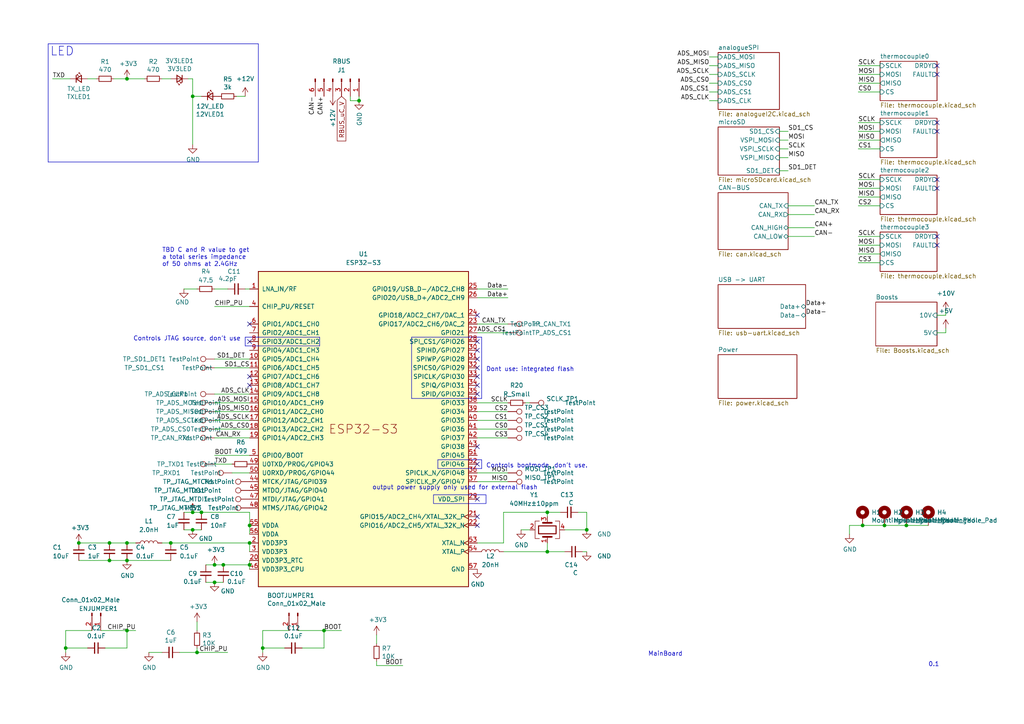
<source format=kicad_sch>
(kicad_sch (version 20230121) (generator eeschema)
  (paper "A4")
  (lib_symbols
    (symbol "Connector:Conn_01x02_Male" (pin_names (offset 1.016) hide)
      (property "Reference" "J" (at 0 2.54 0))
      (property "Value" "Conn_01x02_Male" (at 0 -5.08 0))
      (symbol "Conn_01x02_Male_1_1"
        (polyline (pts (xy 1.27 -2.54) (xy 0.8636 -2.54)) (stroke (width 0.1524)))
        (polyline (pts (xy 1.27 0) (xy 0.8636 0)) (stroke (width 0.1524)))
        (rectangle (start 0.8636 -2.413) (end 0 -2.667) (stroke (width 0.1524)) (fill (type outline)))
        (rectangle (start 0.8636 0.127) (end 0 -0.127) (stroke (width 0.1524)) (fill (type outline)))
        (pin passive line (at 5.08 0 180) (length 3.81) (name "Pin_1") (number "1"))
        (pin passive line (at 5.08 -2.54 180) (length 3.81) (name "Pin_2") (number "2"))
      )
    )
    (symbol "Connector:Conn_01x06_Male" (pin_names (offset 1.016) hide)
      (property "Reference" "J" (at 0 7.62 0))
      (property "Value" "Conn_01x06_Male" (at 0 -10.16 0))
      (symbol "Conn_01x06_Male_1_1"
        (polyline (pts (xy 1.27 -7.62) (xy 0.8636 -7.62)) (stroke (width 0.1524)))
        (polyline (pts (xy 1.27 -5.08) (xy 0.8636 -5.08)) (stroke (width 0.1524)))
        (polyline (pts (xy 1.27 -2.54) (xy 0.8636 -2.54)) (stroke (width 0.1524)))
        (polyline (pts (xy 1.27 0) (xy 0.8636 0)) (stroke (width 0.1524)))
        (polyline (pts (xy 1.27 2.54) (xy 0.8636 2.54)) (stroke (width 0.1524)))
        (polyline (pts (xy 1.27 5.08) (xy 0.8636 5.08)) (stroke (width 0.1524)))
        (rectangle (start 0.8636 -7.493) (end 0 -7.747) (stroke (width 0.1524)) (fill (type outline)))
        (rectangle (start 0.8636 -4.953) (end 0 -5.207) (stroke (width 0.1524)) (fill (type outline)))
        (rectangle (start 0.8636 -2.413) (end 0 -2.667) (stroke (width 0.1524)) (fill (type outline)))
        (rectangle (start 0.8636 0.127) (end 0 -0.127) (stroke (width 0.1524)) (fill (type outline)))
        (rectangle (start 0.8636 2.667) (end 0 2.413) (stroke (width 0.1524)) (fill (type outline)))
        (rectangle (start 0.8636 5.207) (end 0 4.953) (stroke (width 0.1524)) (fill (type outline)))
        (pin passive line (at 5.08 5.08 180) (length 3.81) (name "Pin_1") (number "1"))
        (pin passive line (at 5.08 2.54 180) (length 3.81) (name "Pin_2") (number "2"))
        (pin passive line (at 5.08 0 180) (length 3.81) (name "Pin_3") (number "3"))
        (pin passive line (at 5.08 -2.54 180) (length 3.81) (name "Pin_4") (number "4"))
        (pin passive line (at 5.08 -5.08 180) (length 3.81) (name "Pin_5") (number "5"))
        (pin passive line (at 5.08 -7.62 180) (length 3.81) (name "Pin_6") (number "6"))
      )
    )
    (symbol "Connector:TestPoint" (pin_numbers hide) (pin_names (offset 0.762) hide)
      (property "Reference" "TP" (at 0 6.858 0))
      (property "Value" "TestPoint" (at 0 5.08 0))
      (symbol "TestPoint_0_1"
        (circle (center 0 3.302) (radius 0.762))
      )
      (symbol "TestPoint_1_1"
        (pin passive line (at 0 0 90) (length 2.54) (name "1") (number "1"))
      )
    )
    (symbol "Device:C_Small" (pin_numbers hide) (pin_names (offset 0.254) hide)
      (property "Reference" "C" (at 0.254 1.778 0))
      (property "Value" "C_Small" (at 0.254 -2.032 0))
      (symbol "C_Small_0_1"
        (polyline (pts (xy -1.524 -0.508) (xy 1.524 -0.508)) (stroke (width 0.3302)))
        (polyline (pts (xy -1.524 0.508) (xy 1.524 0.508)) (stroke (width 0.3048)))
      )
      (symbol "C_Small_1_1"
        (pin passive line (at 0 2.54 270) (length 2.032) (name "~") (number "1"))
        (pin passive line (at 0 -2.54 90) (length 2.032) (name "~") (number "2"))
      )
    )
    (symbol "Device:Crystal_GND24" (pin_names (offset 1.016) hide)
      (property "Reference" "Y" (at 3.175 5.08 0))
      (property "Value" "Crystal_GND24" (at 3.175 3.175 0))
      (symbol "Crystal_GND24_0_1"
        (rectangle (start -1.143 2.54) (end 1.143 -2.54) (stroke (width 0.3048)))
        (polyline (pts (xy -2.54 0) (xy -2.032 0)))
        (polyline (pts (xy -2.032 -1.27) (xy -2.032 1.27)) (stroke (width 0.508)))
        (polyline (pts (xy 0 -3.81) (xy 0 -3.556)))
        (polyline (pts (xy 0 3.556) (xy 0 3.81)))
        (polyline (pts (xy 2.032 -1.27) (xy 2.032 1.27)) (stroke (width 0.508)))
        (polyline (pts (xy 2.032 0) (xy 2.54 0)))
        (polyline (pts (xy -2.54 -2.286) (xy -2.54 -3.556) (xy 2.54 -3.556) (xy 2.54 -2.286)))
        (polyline (pts (xy -2.54 2.286) (xy -2.54 3.556) (xy 2.54 3.556) (xy 2.54 2.286)))
      )
      (symbol "Crystal_GND24_1_1"
        (pin passive line (at -3.81 0 0) (length 1.27) (name "1") (number "1"))
        (pin passive line (at 0 5.08 270) (length 1.27) (name "2") (number "2"))
        (pin passive line (at 3.81 0 180) (length 1.27) (name "3") (number "3"))
        (pin passive line (at 0 -5.08 90) (length 1.27) (name "4") (number "4"))
      )
    )
    (symbol "Device:L" (pin_numbers hide) (pin_names (offset 1.016) hide)
      (property "Reference" "L" (at -1.27 0 90))
      (property "Value" "L" (at 1.905 0 90))
      (symbol "L_0_1"
        (arc (start 0 -2.54) (mid 0.6323 -1.905) (end 0 -1.27))
        (arc (start 0 -1.27) (mid 0.6323 -0.635) (end 0 0))
        (arc (start 0 0) (mid 0.6323 0.635) (end 0 1.27))
        (arc (start 0 1.27) (mid 0.6323 1.905) (end 0 2.54))
      )
      (symbol "L_1_1"
        (pin passive line (at 0 3.81 270) (length 1.27) (name "1") (number "1"))
        (pin passive line (at 0 -3.81 90) (length 1.27) (name "2") (number "2"))
      )
    )
    (symbol "Device:LED_Small" (pin_numbers hide) (pin_names (offset 0.254) hide)
      (property "Reference" "D" (at -1.27 3.175 0))
      (property "Value" "LED_Small" (at -4.445 -2.54 0))
      (symbol "LED_Small_0_1"
        (polyline (pts (xy -0.762 -1.016) (xy -0.762 1.016)) (stroke (width 0.254)))
        (polyline (pts (xy 1.016 0) (xy -0.762 0)))
        (polyline (pts (xy 0.762 -1.016) (xy -0.762 0) (xy 0.762 1.016) (xy 0.762 -1.016)) (stroke (width 0.254)))
        (polyline (pts (xy 0 0.762) (xy -0.508 1.27) (xy -0.254 1.27) (xy -0.508 1.27) (xy -0.508 1.016)))
        (polyline (pts (xy 0.508 1.27) (xy 0 1.778) (xy 0.254 1.778) (xy 0 1.778) (xy 0 1.524)))
      )
      (symbol "LED_Small_1_1"
        (pin passive line (at -2.54 0 0) (length 1.778) (name "K") (number "1"))
        (pin passive line (at 2.54 0 180) (length 1.778) (name "A") (number "2"))
      )
    )
    (symbol "Device:R_Small" (pin_numbers hide) (pin_names (offset 0.254) hide)
      (property "Reference" "R" (at 0.762 0.508 0))
      (property "Value" "R_Small" (at 0.762 -1.016 0))
      (symbol "R_Small_0_1"
        (rectangle (start -0.762 1.778) (end 0.762 -1.778) (stroke (width 0.2032)))
      )
      (symbol "R_Small_1_1"
        (pin passive line (at 0 2.54 270) (length 0.762) (name "~") (number "1"))
        (pin passive line (at 0 -2.54 90) (length 0.762) (name "~") (number "2"))
      )
    )
    (symbol "Espressif:ESP32-S3" (pin_names (offset 1.016))
      (property "Reference" "U" (at 0 48.26 0))
      (property "Value" "ESP32-S3" (at 0 -48.26 0))
      (symbol "ESP32-S3_0_0"
        (text "ESP32-S3" (at 0 0 0) (effects (font (size 2.54 2.54))))
        (pin bidirectional line (at 33.02 -12.7 180) (length 2.54) (name "SPICLK_N/GPIO48") (number "36"))
        (pin bidirectional line (at 33.02 -15.24 180) (length 2.54) (name "SPICLK_P/GPIO47") (number "37"))
      )
      (symbol "ESP32-S3_0_1"
        (rectangle (start -30.48 45.72) (end 30.48 -45.72) (stroke (width 0.254)) (fill (type background)))
      )
      (symbol "ESP32-S3_1_1"
        (pin bidirectional line (at -33.02 40.64 0) (length 2.54) (name "LNA_IN/RF") (number "1"))
        (pin bidirectional line (at -33.02 20.32 0) (length 2.54) (name "GPIO5/ADC1_CH4") (number "10"))
        (pin bidirectional line (at -33.02 17.78 0) (length 2.54) (name "GPIO6/ADC1_CH5") (number "11"))
        (pin bidirectional line (at -33.02 15.24 0) (length 2.54) (name "GPIO7/ADC1_CH6") (number "12"))
        (pin bidirectional line (at -33.02 12.7 0) (length 2.54) (name "GPIO8/ADC1_CH7") (number "13"))
        (pin bidirectional line (at -33.02 10.16 0) (length 2.54) (name "GPIO9/ADC1_CH8") (number "14"))
        (pin bidirectional line (at -33.02 7.62 0) (length 2.54) (name "GPIO10/ADC1_CH9") (number "15"))
        (pin bidirectional line (at -33.02 5.08 0) (length 2.54) (name "GPIO11/ADC2_CH0") (number "16"))
        (pin bidirectional line (at -33.02 2.54 0) (length 2.54) (name "GPIO12/ADC2_CH1") (number "17"))
        (pin bidirectional line (at -33.02 0 0) (length 2.54) (name "GPIO13/ADC2_CH2") (number "18"))
        (pin bidirectional line (at -33.02 -2.54 0) (length 2.54) (name "GPIO14/ADC2_CH3") (number "19"))
        (pin power_in line (at -33.02 -33.02 0) (length 2.54) (name "VDD3P3") (number "2"))
        (pin power_in line (at -33.02 -38.1 0) (length 2.54) (name "VDD3P3_RTC") (number "20"))
        (pin input clock (at 33.02 -25.4 180) (length 2.54) (name "GPIO15/ADC2_CH4/XTAL_32K_P") (number "21"))
        (pin output clock (at 33.02 -27.94 180) (length 2.54) (name "GPIO16/ADC2_CH5/XTAL_32K_N") (number "22"))
        (pin bidirectional line (at 33.02 30.48 180) (length 2.54) (name "GPIO17/ADC2_CH6/DAC_2") (number "23"))
        (pin bidirectional line (at 33.02 33.02 180) (length 2.54) (name "GPIO18/ADC2_CH7/DAC_1") (number "24"))
        (pin bidirectional line (at 33.02 40.64 180) (length 2.54) (name "GPIO19/USB_D-/ADC2_CH8") (number "25"))
        (pin bidirectional line (at 33.02 38.1 180) (length 2.54) (name "GPIO20/USB_D+/ADC2_CH9") (number "26"))
        (pin bidirectional line (at 33.02 27.94 180) (length 2.54) (name "GPIO21") (number "27"))
        (pin bidirectional line (at 33.02 25.4 180) (length 2.54) (name "SPI_CS1/GPIO26") (number "28"))
        (pin power_out line (at 33.02 -20.32 180) (length 2.54) (name "VDD_SPI") (number "29"))
        (pin power_in line (at -33.02 -35.56 0) (length 2.54) (name "VDD3P3") (number "3"))
        (pin bidirectional line (at 33.02 22.86 180) (length 2.54) (name "SPIHD/GPIO27") (number "30"))
        (pin bidirectional line (at 33.02 20.32 180) (length 2.54) (name "SPIWP/GPIO28") (number "31"))
        (pin bidirectional line (at 33.02 17.78 180) (length 2.54) (name "SPICS0/GPIO29") (number "32"))
        (pin bidirectional line (at 33.02 15.24 180) (length 2.54) (name "SPICLK/GPIO30") (number "33"))
        (pin bidirectional line (at 33.02 12.7 180) (length 2.54) (name "SPIQ/GPIO31") (number "34"))
        (pin bidirectional line (at 33.02 10.16 180) (length 2.54) (name "SPID/GPIO32") (number "35"))
        (pin bidirectional line (at 33.02 7.62 180) (length 2.54) (name "GPIO33") (number "38"))
        (pin bidirectional line (at 33.02 5.08 180) (length 2.54) (name "GPIO34") (number "39"))
        (pin input line (at -33.02 35.56 0) (length 2.54) (name "CHIP_PU/RESET") (number "4"))
        (pin bidirectional line (at 33.02 2.54 180) (length 2.54) (name "GPIO35") (number "40"))
        (pin bidirectional line (at 33.02 0 180) (length 2.54) (name "GPIO36") (number "41"))
        (pin bidirectional line (at 33.02 -2.54 180) (length 2.54) (name "GPIO37") (number "42"))
        (pin bidirectional line (at 33.02 -5.08 180) (length 2.54) (name "GPIO38") (number "43"))
        (pin bidirectional line (at -33.02 -15.24 0) (length 2.54) (name "MTCK/JTAG/GPIO39") (number "44"))
        (pin bidirectional line (at -33.02 -17.78 0) (length 2.54) (name "MTDO/JTAG/GPIO40") (number "45"))
        (pin power_in line (at -33.02 -40.64 0) (length 2.54) (name "VDD3P3_CPU") (number "46"))
        (pin bidirectional line (at -33.02 -20.32 0) (length 2.54) (name "MTDI/JTAG/GPIO41") (number "47"))
        (pin bidirectional line (at -33.02 -22.86 0) (length 2.54) (name "MTMS/JTAG/GPIO42") (number "48"))
        (pin bidirectional line (at -33.02 -10.16 0) (length 2.54) (name "U0TXD/PROG/GPIO43") (number "49"))
        (pin bidirectional line (at -33.02 -7.62 0) (length 2.54) (name "GPIO0/BOOT") (number "5"))
        (pin bidirectional line (at -33.02 -12.7 0) (length 2.54) (name "U0RXD/PROG/GPIO44") (number "50"))
        (pin bidirectional line (at 33.02 -7.62 180) (length 2.54) (name "GPIO45") (number "51"))
        (pin bidirectional line (at 33.02 -10.16 180) (length 2.54) (name "GPIO46") (number "52"))
        (pin input clock (at 33.02 -33.02 180) (length 2.54) (name "XTAL_N") (number "53"))
        (pin output clock (at 33.02 -35.56 180) (length 2.54) (name "XTAL_P") (number "54"))
        (pin power_in line (at -33.02 -27.94 0) (length 2.54) (name "VDDA") (number "55"))
        (pin power_in line (at -33.02 -30.48 0) (length 2.54) (name "VDDA") (number "56"))
        (pin power_in line (at 33.02 -40.64 180) (length 2.54) (name "GND") (number "57"))
        (pin bidirectional line (at -33.02 30.48 0) (length 2.54) (name "GPIO1/ADC1_CH0") (number "6"))
        (pin bidirectional line (at -33.02 27.94 0) (length 2.54) (name "GPIO2/ADC1_CH1") (number "7"))
        (pin bidirectional line (at -33.02 25.4 0) (length 2.54) (name "GPIO3/ADC1_CH2") (number "8"))
        (pin bidirectional line (at -33.02 22.86 0) (length 2.54) (name "GPIO4/ADC1_CH3") (number "9"))
      )
    )
    (symbol "Mechanical:MountingHole_Pad" (pin_numbers hide) (pin_names (offset 1.016) hide)
      (property "Reference" "H" (at 0 6.35 0))
      (property "Value" "MountingHole_Pad" (at 0 4.445 0))
      (symbol "MountingHole_Pad_0_1"
        (circle (center 0 1.27) (radius 1.27) (stroke (width 1.27)))
      )
      (symbol "MountingHole_Pad_1_1"
        (pin input line (at 0 -2.54 90) (length 2.54) (name "1") (number "1"))
      )
    )
    (symbol "power:+10V" (power) (pin_names (offset 0))
      (property "Value" "+10V" (at 0 3.556 0))
      (symbol "+10V_0_1"
        (polyline (pts (xy -0.762 1.27) (xy 0 2.54)))
        (polyline (pts (xy 0 0) (xy 0 2.54)))
        (polyline (pts (xy 0 2.54) (xy 0.762 1.27)))
      )
      (symbol "+10V_1_1"
        (pin power_in line (at 0 0 90) (length 0) hide (name "+10V") (number "1"))
      )
    )
    (symbol "power:+12V" (power) (pin_names (offset 0))
      (property "Value" "+12V" (at 0 3.556 0))
      (symbol "+12V_0_1"
        (polyline (pts (xy -0.762 1.27) (xy 0 2.54)))
        (polyline (pts (xy 0 0) (xy 0 2.54)))
        (polyline (pts (xy 0 2.54) (xy 0.762 1.27)))
      )
      (symbol "+12V_1_1"
        (pin power_in line (at 0 0 90) (length 0) hide (name "+12V") (number "1"))
      )
    )
    (symbol "power:+3.3V" (power) (pin_names (offset 0))
      (property "Value" "+3.3V" (at 0 3.556 0))
      (symbol "+3.3V_0_1"
        (polyline (pts (xy -0.762 1.27) (xy 0 2.54)))
        (polyline (pts (xy 0 0) (xy 0 2.54)))
        (polyline (pts (xy 0 2.54) (xy 0.762 1.27)))
      )
      (symbol "+3.3V_1_1"
        (pin power_in line (at 0 0 90) (length 0) hide (name "+3V3") (number "1"))
      )
    )
    (symbol "power:+5V" (power) (pin_names (offset 0))
      (property "Value" "+5V" (at 0 3.556 0))
      (symbol "+5V_0_1"
        (polyline (pts (xy -0.762 1.27) (xy 0 2.54)))
        (polyline (pts (xy 0 0) (xy 0 2.54)))
        (polyline (pts (xy 0 2.54) (xy 0.762 1.27)))
      )
      (symbol "+5V_1_1"
        (pin power_in line (at 0 0 90) (length 0) hide (name "+5V") (number "1"))
      )
    )
    (symbol "power:GND" (power) (pin_names (offset 0))
      (property "Value" "GND" (at 0 -3.81 0))
      (symbol "GND_0_1"
        (polyline (pts (xy 0 0) (xy 0 -1.27) (xy 1.27 -1.27) (xy 0 -2.54) (xy -1.27 -1.27) (xy 0 -1.27)))
      )
      (symbol "GND_1_1"
        (pin power_in line (at 0 0 270) (length 0) hide (name "GND") (number "1"))
      )
    )
  )
  (junction (at 55.88 148.59))
  (junction (at 36.83 157.48))
  (junction (at 76.2 187.96))
  (junction (at 158.75 160.02))
  (junction (at 250.19 152.4))
  (junction (at 170.18 153.67))
  (junction (at 64.77 163.83))
  (junction (at 19.05 187.96))
  (junction (at 72.39 163.83))
  (junction (at 104.14 29.21))
  (junction (at 31.75 157.48))
  (junction (at 22.86 157.48))
  (junction (at 58.42 148.59))
  (junction (at 36.83 182.88))
  (junction (at 31.75 162.56))
  (junction (at 55.88 153.67))
  (junction (at 158.75 148.59))
  (junction (at 36.83 22.86))
  (junction (at 57.15 189.23))
  (junction (at 72.39 152.4))
  (junction (at 62.23 168.91))
  (junction (at 49.53 157.48))
  (junction (at 62.23 163.83))
  (junction (at 55.88 27.94))
  (junction (at 262.89 152.4))
  (junction (at 72.39 157.48))
  (junction (at 36.83 162.56))
  (junction (at 93.98 182.88))
  (junction (at 256.54 152.4))
  (no_connect (at 138.43 129.54))
  (no_connect (at 271.78 21.59))
  (no_connect (at 138.43 144.78))
  (no_connect (at 271.78 54.61))
  (no_connect (at 138.43 111.76))
  (no_connect (at 138.43 104.14))
  (no_connect (at 138.43 106.68))
  (no_connect (at 138.43 109.22))
  (no_connect (at 271.78 38.1))
  (no_connect (at 138.43 152.4))
  (no_connect (at 138.43 91.44))
  (no_connect (at 72.39 111.76))
  (no_connect (at 72.39 93.98))
  (no_connect (at 72.39 109.22))
  (no_connect (at 271.78 68.58))
  (no_connect (at 72.39 99.06))
  (no_connect (at 138.43 114.3))
  (no_connect (at 271.78 19.05))
  (no_connect (at 271.78 71.12))
  (no_connect (at 271.78 52.07))
  (no_connect (at 138.43 101.6))
  (no_connect (at 138.43 134.62))
  (no_connect (at 271.78 35.56))
  (no_connect (at 138.43 99.06))
  (no_connect (at 138.43 149.86))
  (wire (pts (xy 52.07 189.23) (xy 57.15 189.23)))
  (wire (pts (xy 104.14 27.94) (xy 104.14 29.21)))
  (wire (pts (xy 72.39 163.83) (xy 72.39 162.56)))
  (wire (pts (xy 147.32 139.7) (xy 138.43 139.7)))
  (wire (pts (xy 62.23 163.83) (xy 64.77 163.83)))
  (wire (pts (xy 58.42 27.94) (xy 55.88 27.94)))
  (wire (pts (xy 255.27 57.15) (xy 248.92 57.15)))
  (wire (pts (xy 87.63 187.96) (xy 93.98 187.96)))
  (wire (pts (xy 246.38 152.4) (xy 246.38 154.94)))
  (wire (pts (xy 151.13 153.67) (xy 153.67 153.67)))
  (wire (pts (xy 31.75 157.48) (xy 36.83 157.48)))
  (wire (pts (xy 248.92 26.67) (xy 255.27 26.67)))
  (wire (pts (xy 36.83 187.96) (xy 36.83 182.88)))
  (wire (pts (xy 138.43 86.36) (xy 147.32 86.36)))
  (wire (pts (xy 255.27 24.13) (xy 248.92 24.13)))
  (wire (pts (xy 57.15 189.23) (xy 66.04 189.23)))
  (wire (pts (xy 22.86 157.48) (xy 31.75 157.48)))
  (wire (pts (xy 71.12 27.94) (xy 68.58 27.94)))
  (polyline (pts (xy 92.71 100.33) (xy 71.12 100.33)))
  (polyline (pts (xy 139.7 135.89) (xy 127 135.89)))
  (wire (pts (xy 19.05 182.88) (xy 26.67 182.88)))
  (wire (pts (xy 158.75 157.48) (xy 158.75 160.02)))
  (wire (pts (xy 248.92 43.18) (xy 255.27 43.18)))
  (wire (pts (xy 62.23 121.92) (xy 72.39 121.92)))
  (wire (pts (xy 93.98 187.96) (xy 93.98 182.88)))
  (polyline (pts (xy 127 133.35) (xy 127 135.89)))
  (wire (pts (xy 138.43 116.84) (xy 147.32 116.84)))
  (wire (pts (xy 62.23 134.62) (xy 67.31 134.62)))
  (wire (pts (xy 226.06 38.1) (xy 228.6 38.1)))
  (wire (pts (xy 62.23 114.3) (xy 72.39 114.3)))
  (polyline (pts (xy 13.97 12.7) (xy 74.93 12.7)))
  (wire (pts (xy 228.6 59.69) (xy 236.22 59.69)))
  (wire (pts (xy 72.39 152.4) (xy 72.39 154.94)))
  (wire (pts (xy 57.15 189.23) (xy 57.15 187.96)))
  (wire (pts (xy 138.43 157.48) (xy 146.05 157.48)))
  (wire (pts (xy 36.83 22.86) (xy 41.91 22.86)))
  (wire (pts (xy 55.88 22.86) (xy 54.61 22.86)))
  (wire (pts (xy 19.05 187.96) (xy 19.05 189.23)))
  (wire (pts (xy 271.78 96.52) (xy 274.32 96.52)))
  (wire (pts (xy 62.23 124.46) (xy 72.39 124.46)))
  (wire (pts (xy 138.43 96.52) (xy 147.32 96.52)))
  (wire (pts (xy 271.78 91.44) (xy 274.32 91.44)))
  (wire (pts (xy 76.2 187.96) (xy 76.2 189.23)))
  (wire (pts (xy 138.43 121.92) (xy 147.32 121.92)))
  (wire (pts (xy 109.22 193.04) (xy 109.22 191.77)))
  (wire (pts (xy 205.74 29.21) (xy 208.28 29.21)))
  (polyline (pts (xy 71.12 97.79) (xy 71.12 100.33)))
  (wire (pts (xy 57.15 180.34) (xy 57.15 182.88)))
  (polyline (pts (xy 13.97 46.99) (xy 74.93 46.99)))
  (wire (pts (xy 226.06 49.53) (xy 228.6 49.53)))
  (wire (pts (xy 64.77 163.83) (xy 72.39 163.83)))
  (wire (pts (xy 82.55 187.96) (xy 76.2 187.96)))
  (wire (pts (xy 25.4 22.86) (xy 27.94 22.86)))
  (wire (pts (xy 248.92 38.1) (xy 255.27 38.1)))
  (wire (pts (xy 248.92 68.58) (xy 255.27 68.58)))
  (wire (pts (xy 53.34 148.59) (xy 55.88 148.59)))
  (wire (pts (xy 226.06 43.18) (xy 228.6 43.18)))
  (wire (pts (xy 138.43 127) (xy 147.32 127)))
  (wire (pts (xy 22.86 162.56) (xy 31.75 162.56)))
  (wire (pts (xy 36.83 157.48) (xy 39.37 157.48)))
  (wire (pts (xy 248.92 35.56) (xy 255.27 35.56)))
  (wire (pts (xy 29.21 182.88) (xy 36.83 182.88)))
  (wire (pts (xy 53.34 153.67) (xy 55.88 153.67)))
  (polyline (pts (xy 92.71 97.79) (xy 92.71 100.33)))
  (wire (pts (xy 248.92 76.2) (xy 255.27 76.2)))
  (wire (pts (xy 36.83 162.56) (xy 49.53 162.56)))
  (wire (pts (xy 62.23 127) (xy 72.39 127)))
  (wire (pts (xy 36.83 182.88) (xy 39.37 182.88)))
  (wire (pts (xy 170.18 148.59) (xy 170.18 153.67)))
  (wire (pts (xy 152.4 116.84) (xy 153.67 116.84)))
  (polyline (pts (xy 13.97 12.7) (xy 13.97 46.99)))
  (wire (pts (xy 228.6 62.23) (xy 236.22 62.23)))
  (wire (pts (xy 109.22 184.15) (xy 109.22 186.69)))
  (wire (pts (xy 101.6 29.21) (xy 104.14 29.21)))
  (wire (pts (xy 62.23 116.84) (xy 72.39 116.84)))
  (wire (pts (xy 59.69 168.91) (xy 62.23 168.91)))
  (wire (pts (xy 76.2 182.88) (xy 83.82 182.88)))
  (wire (pts (xy 25.4 187.96) (xy 19.05 187.96)))
  (wire (pts (xy 248.92 54.61) (xy 255.27 54.61)))
  (wire (pts (xy 46.99 157.48) (xy 49.53 157.48)))
  (wire (pts (xy 262.89 152.4) (xy 269.24 152.4)))
  (wire (pts (xy 67.31 137.16) (xy 72.39 137.16)))
  (wire (pts (xy 248.92 59.69) (xy 255.27 59.69)))
  (wire (pts (xy 205.74 26.67) (xy 208.28 26.67)))
  (wire (pts (xy 15.24 22.86) (xy 20.32 22.86)))
  (wire (pts (xy 138.43 93.98) (xy 147.32 93.98)))
  (wire (pts (xy 138.43 119.38) (xy 147.32 119.38)))
  (wire (pts (xy 62.23 104.14) (xy 72.39 104.14)))
  (wire (pts (xy 250.19 152.4) (xy 256.54 152.4)))
  (wire (pts (xy 101.6 27.94) (xy 101.6 29.21)))
  (wire (pts (xy 43.18 189.23) (xy 46.99 189.23)))
  (wire (pts (xy 55.88 148.59) (xy 58.42 148.59)))
  (wire (pts (xy 72.39 163.83) (xy 72.39 165.1)))
  (polyline (pts (xy 74.93 46.99) (xy 74.93 12.7)))
  (wire (pts (xy 55.88 27.94) (xy 55.88 41.91)))
  (wire (pts (xy 19.05 182.88) (xy 19.05 187.96)))
  (wire (pts (xy 248.92 19.05) (xy 255.27 19.05)))
  (wire (pts (xy 158.75 148.59) (xy 158.75 149.86)))
  (wire (pts (xy 228.6 68.58) (xy 236.22 68.58)))
  (wire (pts (xy 55.88 153.67) (xy 58.42 153.67)))
  (polyline (pts (xy 127 133.35) (xy 139.7 133.35)))
  (polyline (pts (xy 139.7 97.79) (xy 139.7 115.57)))
  (wire (pts (xy 62.23 132.08) (xy 72.39 132.08)))
  (wire (pts (xy 30.48 187.96) (xy 36.83 187.96)))
  (wire (pts (xy 163.83 160.02) (xy 158.75 160.02)))
  (wire (pts (xy 248.92 71.12) (xy 255.27 71.12)))
  (wire (pts (xy 62.23 168.91) (xy 64.77 168.91)))
  (wire (pts (xy 46.99 22.86) (xy 49.53 22.86)))
  (wire (pts (xy 274.32 90.17) (xy 274.32 91.44)))
  (wire (pts (xy 138.43 83.82) (xy 147.32 83.82)))
  (wire (pts (xy 146.05 157.48) (xy 146.05 148.59)))
  (wire (pts (xy 58.42 148.59) (xy 72.39 148.59)))
  (wire (pts (xy 62.23 106.68) (xy 72.39 106.68)))
  (wire (pts (xy 146.05 160.02) (xy 158.75 160.02)))
  (wire (pts (xy 72.39 157.48) (xy 72.39 160.02)))
  (polyline (pts (xy 139.7 133.35) (xy 139.7 135.89)))
  (wire (pts (xy 147.32 137.16) (xy 138.43 137.16)))
  (polyline (pts (xy 71.12 97.79) (xy 92.71 97.79)))
  (wire (pts (xy 248.92 52.07) (xy 255.27 52.07)))
  (wire (pts (xy 76.2 182.88) (xy 76.2 187.96)))
  (wire (pts (xy 163.83 153.67) (xy 170.18 153.67)))
  (wire (pts (xy 72.39 148.59) (xy 72.39 152.4)))
  (polyline (pts (xy 119.38 97.79) (xy 119.38 115.57)))
  (wire (pts (xy 226.06 40.64) (xy 228.6 40.64)))
  (wire (pts (xy 255.27 40.64) (xy 248.92 40.64)))
  (wire (pts (xy 205.74 16.51) (xy 208.28 16.51)))
  (polyline (pts (xy 119.38 97.79) (xy 139.7 97.79)))
  (polyline (pts (xy 139.7 115.57) (xy 119.38 115.57)))
  (wire (pts (xy 162.56 148.59) (xy 158.75 148.59)))
  (wire (pts (xy 49.53 157.48) (xy 72.39 157.48)))
  (wire (pts (xy 256.54 152.4) (xy 262.89 152.4)))
  (wire (pts (xy 250.19 152.4) (xy 246.38 152.4)))
  (wire (pts (xy 138.43 124.46) (xy 147.32 124.46)))
  (wire (pts (xy 99.06 182.88) (xy 93.98 182.88)))
  (wire (pts (xy 170.18 160.02) (xy 168.91 160.02)))
  (wire (pts (xy 205.74 19.05) (xy 208.28 19.05)))
  (wire (pts (xy 62.23 83.82) (xy 66.04 83.82)))
  (wire (pts (xy 62.23 119.38) (xy 72.39 119.38)))
  (wire (pts (xy 226.06 45.72) (xy 228.6 45.72)))
  (wire (pts (xy 146.05 148.59) (xy 158.75 148.59)))
  (wire (pts (xy 228.6 66.04) (xy 236.22 66.04)))
  (wire (pts (xy 31.75 162.56) (xy 36.83 162.56)))
  (wire (pts (xy 170.18 148.59) (xy 167.64 148.59)))
  (wire (pts (xy 71.12 83.82) (xy 72.39 83.82)))
  (wire (pts (xy 116.84 193.04) (xy 109.22 193.04)))
  (wire (pts (xy 205.74 24.13) (xy 208.28 24.13)))
  (wire (pts (xy 205.74 21.59) (xy 208.28 21.59)))
  (wire (pts (xy 55.88 22.86) (xy 55.88 27.94)))
  (wire (pts (xy 86.36 182.88) (xy 93.98 182.88)))
  (wire (pts (xy 59.69 163.83) (xy 62.23 163.83)))
  (wire (pts (xy 53.34 83.82) (xy 57.15 83.82)))
  (wire (pts (xy 33.02 22.86) (xy 36.83 22.86)))
  (wire (pts (xy 274.32 95.25) (xy 274.32 96.52)))
  (wire (pts (xy 255.27 73.66) (xy 248.92 73.66)))
  (wire (pts (xy 248.92 21.59) (xy 255.27 21.59)))
  (wire (pts (xy 62.23 88.9) (xy 72.39 88.9)))
  (rectangle (start 125.73 143.51) (end 140.97 146.05))
  (text "LED" (at 21.59 16.51 0) (effects (font (size 2.54 2.54)) (justify right bottom)))
  (text "Dont use: integrated flash\n" (at 140.97 107.95 0) (effects (font (size 1.27 1.27)) (justify left bottom)))
  (text "output power supply only used for external flash\n" (at 107.95 142.24 0) (effects (font (size 1.27 1.27)) (justify left bottom)))
  (text "TBD C and R value to get\na total series impedance\nof 50 ohms at 2.4GHz\n" (at 46.99 77.47 0) (effects (font (size 1.27 1.27)) (justify left bottom)))
  (text "MainBoard\n" (at 187.96 190.5 0) (effects (font (size 1.27 1.27)) (justify left bottom)))
  (text "0.1\n\n" (at 269.24 195.58 0) (effects (font (size 1.27 1.27)) (justify left bottom)))
  (text "Controls JTAG source, don't use\n" (at 69.85 99.06 0) (effects (font (size 1.27 1.27)) (justify right bottom)))
  (text "Controls bootmode, don't use.\n" (at 140.97 135.89 0) (effects (font (size 1.27 1.27)) (justify left bottom)))
  (label "SCLK" (at 147.32 116.84 180))
  (label "ADS_CS0" (at 72.39 124.46 180))
  (label "ADS_MOSI" (at 72.39 116.84 180))
  (label "MISO" (at 248.92 57.15 0))
  (label "SCLK" (at 248.92 68.58 0))
  (label "CS0" (at 248.92 26.67 0))
  (label "MISO" (at 228.6 45.72 0))
  (label "SD1_DET" (at 228.6 49.53 0))
  (label "ADS_CS0" (at 205.74 24.13 180))
  (label "CHIP_PU" (at 62.23 88.9 0))
  (label "Data-" (at 233.68 91.44 0))
  (label "CAN_RX" (at 69.85 127 180))
  (label "CS1" (at 248.92 43.18 0))
  (label "Data+" (at 147.32 86.36 180))
  (label "CS2" (at 147.32 119.38 180))
  (label "ADS_SCLK" (at 205.74 21.59 180))
  (label "ADS_MISO" (at 72.39 119.38 180))
  (label "ADS_MOSI" (at 205.74 16.51 180))
  (label "CHIP_PU" (at 66.04 189.23 180))
  (label "BOOT" (at 116.84 193.04 180))
  (label "CAN-" (at 236.22 68.58 0))
  (label "MOSI" (at 147.32 137.16 180))
  (label "SCLK" (at 228.6 43.18 0))
  (label "MOSI" (at 248.92 71.12 0))
  (label "MISO" (at 248.92 40.64 0))
  (label "Data+" (at 233.68 88.9 0))
  (label "CS1" (at 147.32 121.92 180))
  (label "CAN-" (at 91.44 27.94 270))
  (label "MOSI" (at 248.92 21.59 0))
  (label "BOOT" (at 99.06 182.88 180))
  (label "ADS_CS1" (at 138.43 96.52 0))
  (label "MOSI" (at 248.92 54.61 0))
  (label "CAN+" (at 93.98 27.94 270))
  (label "MOSI" (at 228.6 40.64 0))
  (label "SD1_CS" (at 72.39 106.68 180))
  (label "MISO" (at 248.92 73.66 0))
  (label "BOOT" (at 62.23 132.08 0))
  (label "CAN+" (at 236.22 66.04 0))
  (label "Data-" (at 147.32 83.82 180))
  (label "SD1_CS" (at 228.6 38.1 0))
  (label "CS0" (at 147.32 124.46 180))
  (label "ADS_CS1" (at 205.74 26.67 180))
  (label "ADS_CLK" (at 72.39 114.3 180))
  (label "ADS_SCLK" (at 72.39 121.92 180))
  (label "TXD" (at 62.23 134.62 0))
  (label "CAN_TX" (at 139.7 93.98 0))
  (label "CHIP_PU" (at 39.37 182.88 180))
  (label "MISO" (at 248.92 24.13 0))
  (label "CAN_TX" (at 236.22 59.69 0))
  (label "TXD" (at 15.24 22.86 0))
  (label "SCLK" (at 248.92 52.07 0))
  (label "CS3" (at 248.92 76.2 0))
  (label "SD1_DET" (at 71.12 104.14 180))
  (label "CS2" (at 248.92 59.69 0))
  (label "MISO" (at 147.32 139.7 180))
  (label "SCLK" (at 248.92 19.05 0))
  (label "ADS_MISO" (at 205.74 19.05 180))
  (label "CAN_RX" (at 236.22 62.23 0))
  (label "ADS_CLK" (at 205.74 29.21 180))
  (label "CS3" (at 147.32 127 180))
  (label "MOSI" (at 248.92 38.1 0))
  (label "SCLK" (at 248.92 35.56 0))
  (global_label "RBUS_uC_V" (shape input) (at 99.06 27.94 270) (property "Intersheetrefs" "${INTERSHEET_REFS}" (effects hide)))
  (symbol (lib_id "Connector:TestPoint") (at 147.32 127 270) (unit 1)
    (property "Reference" "TP_CS4" (at 152.0952 125.8316 90) (effects (justify left)))
    (property "Value" "TestPoint" (at 157.48 127 90) (effects (justify left)))
    (property "Footprint" "TestPoint:TestPoint_Pad_D1.0mm" (effects hide))
  )
  (symbol (lib_id "Connector:TestPoint") (at 147.32 124.46 270) (unit 1)
    (property "Reference" "TP_CS1" (at 152.0952 123.2916 90) (effects (justify left)))
    (property "Value" "TestPoint" (at 157.48 124.46 90) (effects (justify left)))
    (property "Footprint" "TestPoint:TestPoint_Pad_D1.0mm" (effects hide))
  )
  (symbol (lib_id "Connector:TestPoint") (at 147.32 121.92 270) (unit 1)
    (property "Reference" "TP_CS2" (at 152.0952 120.7516 90) (effects (justify left)))
    (property "Value" "TestPoint" (at 157.48 121.92 90) (effects (justify left)))
    (property "Footprint" "TestPoint:TestPoint_Pad_D1.0mm" (effects hide))
  )
  (symbol (lib_id "power:GND") (at 246.38 154.94 0) (unit 1)
    (property "Reference" "#PWR024" (effects hide))
    (property "Value" "GND" (at 246.507 159.3342 0))
  )
  (symbol (lib_id "Device:C_Small") (at 85.09 187.96 270) (unit 1)
    (property "Reference" "C12" (at 85.09 182.1434 90))
    (property "Value" "0.1uF" (at 85.09 184.4548 90))
    (property "Footprint" "Capacitor_SMD:C_0402_1005Metric" (effects hide))
  )
  (symbol (lib_id "power:GND") (at 151.13 153.67 0) (unit 1)
    (property "Reference" "#PWR019" (effects hide))
    (property "Value" "GND" (at 151.257 158.0642 0))
  )
  (symbol (lib_id "Mechanical:MountingHole_Pad") (at 269.24 149.86 0) (unit 1)
    (property "Reference" "H4" (at 271.78 148.6154 0) (effects (justify left)))
    (property "Value" "MountingHole_Pad" (at 271.78 150.9268 0) (effects (justify left)))
    (property "Footprint" "MountingHole:MountingHole_3.2mm_M3_DIN965_Pad" (effects hide))
  )
  (symbol (lib_id "Device:R_Small") (at 109.22 189.23 0) (unit 1)
    (property "Reference" "R7" (at 110.7186 188.0616 0) (effects (justify left)))
    (property "Value" "10K" (at 110.7186 190.373 0) (effects (justify left)))
    (property "Footprint" "Resistor_SMD:R_0402_1005Metric" (effects hide))
  )
  (symbol (lib_id "Connector:TestPoint") (at 153.67 116.84 270) (unit 1)
    (property "Reference" "SCLK_TP1" (at 158.4452 115.6716 90) (effects (justify left)))
    (property "Value" "TestPoint" (at 163.83 116.84 90) (effects (justify left)))
    (property "Footprint" "TestPoint:TestPoint_Pad_D1.0mm" (effects hide))
  )
  (symbol (lib_id "Device:C_Small") (at 36.83 160.02 0) (unit 1)
    (property "Reference" "C4" (at 39.37 158.7562 0) (effects (justify left)))
    (property "Value" "0.1uF" (at 39.37 161.2962 0) (effects (justify left)))
    (property "Footprint" "Capacitor_SMD:C_0402_1005Metric" (effects hide))
  )
  (symbol (lib_id "Connector:TestPoint") (at 72.39 147.32 90) (unit 1)
    (property "Reference" "TP_JTAG_MTMS1" (at 50.8 147.32 90))
    (property "Value" "TestPoint" (at 64.77 147.32 90))
    (property "Footprint" "TestPoint:TestPoint_Pad_D1.0mm" (effects hide))
  )
  (symbol (lib_id "Connector:Conn_01x06_Male") (at 99.06 22.86 270) (unit 1)
    (property "Reference" "J1" (at 99.06 20.32 90))
    (property "Value" "RBUS" (at 99.06 17.78 90))
    (property "Footprint" "Connector_Molex:Molex_Mini-Fit_Jr_5566-06A_2x03_P4.20mm_Vertical" (effects hide))
  )
  (symbol (lib_id "power:GND") (at 55.88 153.67 0) (unit 1)
    (property "Reference" "#PWR09" (effects hide))
    (property "Value" "GND" (at 59.69 156.21 0))
  )
  (symbol (lib_id "power:GND") (at 53.34 83.82 0) (unit 1)
    (property "Reference" "#PWR06" (effects hide))
    (property "Value" "GND" (at 50.8 87.63 0) (effects (justify left)))
  )
  (symbol (lib_id "power:GND") (at 138.43 165.1 0) (unit 1)
    (property "Reference" "#PWR018" (effects hide))
    (property "Value" "GND" (at 138.557 169.4942 0))
  )
  (symbol (lib_id "Device:R_Small") (at 66.04 27.94 270) (unit 1)
    (property "Reference" "R5" (at 66.04 22.9616 90))
    (property "Value" "3k" (at 66.04 25.273 90))
    (property "Footprint" "Resistor_SMD:R_0402_1005Metric" (effects hide))
  )
  (symbol (lib_id "Device:LED_Small") (at 52.07 22.86 180) (unit 1)
    (property "Reference" "3V3LED1" (at 52.07 17.653 0))
    (property "Value" "3V3LED" (at 52.07 19.9644 0))
    (property "Footprint" "LED_SMD:LED_0603_1608Metric" (effects hide))
  )
  (symbol (lib_id "Device:L") (at 142.24 160.02 90) (unit 1)
    (property "Reference" "L2" (at 142.24 161.29 90))
    (property "Value" "20nH" (at 142.24 163.83 90))
    (property "Footprint" "Inductor_SMD:L_0402_1005Metric" (effects hide))
  )
  (symbol (lib_id "power:+3.3V") (at 55.88 148.59 0) (unit 1)
    (property "Reference" "#PWR08" (effects hide))
    (property "Value" "+3.3V" (at 55.88 147.32 0))
  )
  (symbol (lib_id "Device:R_Small") (at 30.48 22.86 270) (unit 1)
    (property "Reference" "R1" (at 30.48 17.8816 90))
    (property "Value" "470" (at 30.48 20.193 90))
    (property "Footprint" "Resistor_SMD:R_0603_1608Metric" (effects hide))
  )
  (symbol (lib_id "power:GND") (at 19.05 189.23 0) (unit 1)
    (property "Reference" "#PWR01" (effects hide))
    (property "Value" "GND" (at 19.177 193.6242 0))
  )
  (symbol (lib_id "Connector:TestPoint") (at 147.32 96.52 270) (unit 1)
    (property "Reference" "TP_ADS_CS1" (at 160.02 96.52 90))
    (property "Value" "TestPoint" (at 149.86 96.52 90))
    (property "Footprint" "TestPoint:TestPoint_Pad_D1.0mm" (effects hide))
  )
  (symbol (lib_id "Device:C_Small") (at 165.1 148.59 90) (unit 1)
    (property "Reference" "C13" (at 166.37 143.51 90) (effects (justify left)))
    (property "Value" "C" (at 166.37 145.8214 90) (effects (justify left)))
    (property "Footprint" "Capacitor_SMD:C_0402_1005Metric" (effects hide))
  )
  (symbol (lib_id "Connector:TestPoint") (at 62.23 134.62 90) (unit 1)
    (property "Reference" "TP_TXD1" (at 49.53 134.62 90))
    (property "Value" "TestPoint" (at 58.42 134.62 90))
    (property "Footprint" "TestPoint:TestPoint_Pad_D1.0mm" (effects hide))
  )
  (symbol (lib_id "power:GND") (at 170.18 153.67 0) (unit 1)
    (property "Reference" "#PWR020" (effects hide))
    (property "Value" "GND" (at 175.26 154.94 0))
  )
  (symbol (lib_id "Device:L") (at 43.18 157.48 90) (unit 1)
    (property "Reference" "L1" (at 43.18 151.13 90))
    (property "Value" "2.0nH" (at 43.18 153.67 90))
    (property "Footprint" "Inductor_SMD:L_0402_1005Metric" (effects hide))
  )
  (symbol (lib_id "Device:LED_Small") (at 60.96 27.94 0) (unit 1)
    (property "Reference" "12VLED1" (at 60.96 33.147 0))
    (property "Value" "12V_LED" (at 60.96 30.8356 0))
    (property "Footprint" "LED_SMD:LED_0603_1608Metric" (effects hide))
  )
  (symbol (lib_id "Connector:TestPoint") (at 62.23 124.46 90) (unit 1)
    (property "Reference" "TP_ADS_CS0" (at 49.53 124.46 90))
    (property "Value" "TestPoint" (at 59.69 124.46 90))
    (property "Footprint" "TestPoint:TestPoint_Pad_D1.0mm" (effects hide))
  )
  (symbol (lib_id "power:+3.3V") (at 36.83 22.86 0) (unit 1)
    (property "Reference" "#PWR03" (effects hide))
    (property "Value" "+3.3V" (at 37.211 18.4658 0))
  )
  (symbol (lib_id "Espressif:ESP32-S3") (at 105.41 124.46 0) (unit 1)
    (property "Reference" "U1" (at 105.41 73.66 0))
    (property "Value" "ESP32-S3" (at 105.41 76.2 0))
    (property "Footprint" "Package_DFN_QFN:QFN-56-1EP_7x7mm_P0.4mm_EP5.6x5.6mm" (effects hide))
    (property "Datasheet" "https://www.espressif.com/sites/default/files/documentation/esp32-s3_datasheet_en.pdf" (effects hide))
  )
  (symbol (lib_id "Connector:Conn_01x02_Male") (at 29.21 177.8 270) (unit 1)
    (property "Reference" "ENJUMPER1" (at 22.86 176.53 90) (effects (justify left)))
    (property "Value" "Conn_01x02_Male" (at 17.78 173.99 90) (effects (justify left)))
    (property "Footprint" "Connector_PinHeader_2.54mm:PinHeader_1x02_P2.54mm_Vertical" (effects hide))
  )
  (symbol (lib_id "Mechanical:MountingHole_Pad") (at 262.89 149.86 0) (unit 1)
    (property "Reference" "H3" (at 265.43 148.6154 0) (effects (justify left)))
    (property "Value" "MountingHole_Pad" (at 265.43 150.9268 0) (effects (justify left)))
    (property "Footprint" "MountingHole:MountingHole_3.2mm_M3_DIN965_Pad" (effects hide))
  )
  (symbol (lib_id "Device:C_Small") (at 53.34 151.13 0) (unit 1)
    (property "Reference" "C7" (at 48.26 149.86 0) (effects (justify left)))
    (property "Value" "1uF" (at 48.26 152.4 0) (effects (justify left)))
    (property "Footprint" "Capacitor_SMD:C_0402_1005Metric" (effects hide))
  )
  (symbol (lib_id "Device:C_Small") (at 58.42 151.13 0) (unit 1)
    (property "Reference" "C8" (at 60.96 149.8662 0) (effects (justify left)))
    (property "Value" "10nF" (at 60.96 152.4062 0) (effects (justify left)))
    (property "Footprint" "Capacitor_SMD:C_0402_1005Metric" (effects hide))
  )
  (symbol (lib_id "power:+3.3V") (at 57.15 180.34 0) (unit 1)
    (property "Reference" "#PWR010" (effects hide))
    (property "Value" "+3.3V" (at 57.531 175.9458 0))
  )
  (symbol (lib_id "Connector:TestPoint") (at 62.23 127 90) (unit 1)
    (property "Reference" "TP_CAN_RX1" (at 49.53 127 90))
    (property "Value" "TestPoint" (at 57.15 127 90))
    (property "Footprint" "TestPoint:TestPoint_Pad_D1.0mm" (effects hide))
  )
  (symbol (lib_id "Connector:TestPoint") (at 62.23 121.92 90) (unit 1)
    (property "Reference" "TP_ADS_SCLK1" (at 52.07 121.92 90))
    (property "Value" "TestPoint" (at 59.69 121.92 90))
    (property "Footprint" "TestPoint:TestPoint_Pad_D1.0mm" (effects hide))
  )
  (symbol (lib_id "Connector:TestPoint") (at 72.39 142.24 90) (unit 1)
    (property "Reference" "TP_JTAG_MTDO1" (at 52.07 142.24 90))
    (property "Value" "TestPoint" (at 59.69 142.24 90))
    (property "Footprint" "TestPoint:TestPoint_Pad_D1.0mm" (effects hide))
  )
  (symbol (lib_id "power:+3.3V") (at 62.23 163.83 0) (unit 1)
    (property "Reference" "#PWR011" (effects hide))
    (property "Value" "+3.3V" (at 62.611 159.4358 0))
  )
  (symbol (lib_id "Connector:TestPoint") (at 147.32 137.16 270) (unit 1)
    (property "Reference" "MOSI_TP1" (at 152.0952 135.9916 90) (effects (justify left)))
    (property "Value" "TestPoint" (at 157.48 137.16 90) (effects (justify left)))
    (property "Footprint" "TestPoint:TestPoint_Pad_D1.0mm" (effects hide))
  )
  (symbol (lib_id "Connector:Conn_01x02_Male") (at 86.36 177.8 270) (unit 1)
    (property "Reference" "BOOTJUMPER1" (at 77.47 172.72 90) (effects (justify left)))
    (property "Value" "Conn_01x02_Male" (at 77.47 175.0314 90) (effects (justify left)))
    (property "Footprint" "Connector_PinHeader_2.54mm:PinHeader_1x02_P2.54mm_Vertical" (effects hide))
  )
  (symbol (lib_id "Device:C_Small") (at 64.77 166.37 0) (unit 1)
    (property "Reference" "C10" (at 68.58 166.37 0))
    (property "Value" "0.1uF" (at 68.58 168.6814 0))
    (property "Footprint" "Capacitor_SMD:C_0402_1005Metric" (effects hide))
  )
  (symbol (lib_id "power:GND") (at 55.88 41.91 0) (unit 1)
    (property "Reference" "#PWR07" (effects hide))
    (property "Value" "GND" (at 56.007 46.3042 0))
  )
  (symbol (lib_id "Device:C_Small") (at 49.53 160.02 0) (unit 1)
    (property "Reference" "C5" (at 52.07 158.7562 0) (effects (justify left)))
    (property "Value" "0.1uF" (at 52.07 161.2962 0) (effects (justify left)))
    (property "Footprint" "Capacitor_SMD:C_0402_1005Metric" (effects hide))
  )
  (symbol (lib_id "Connector:TestPoint") (at 147.32 119.38 270) (unit 1)
    (property "Reference" "TP_CS3" (at 152.0952 118.2116 90) (effects (justify left)))
    (property "Value" "TestPoint" (at 157.48 119.38 90) (effects (justify left)))
    (property "Footprint" "TestPoint:TestPoint_Pad_D1.0mm" (effects hide))
  )
  (symbol (lib_id "Device:R_Small") (at 57.15 185.42 0) (unit 1)
    (property "Reference" "R3" (at 58.6486 184.2516 0) (effects (justify left)))
    (property "Value" "10K" (at 58.6486 186.563 0) (effects (justify left)))
    (property "Footprint" "Resistor_SMD:R_0402_1005Metric" (effects hide))
  )
  (symbol (lib_id "Connector:TestPoint") (at 147.32 139.7 270) (unit 1)
    (property "Reference" "MISO_TP1" (at 152.0952 138.5316 90) (effects (justify left)))
    (property "Value" "TestPoint" (at 157.48 139.7 90) (effects (justify left)))
    (property "Footprint" "TestPoint:TestPoint_Pad_D1.0mm" (effects hide))
  )
  (symbol (lib_id "power:+3.3V") (at 22.86 157.48 0) (unit 1)
    (property "Reference" "#PWR02" (effects hide))
    (property "Value" "+3.3V" (at 23.241 153.0858 0))
  )
  (symbol (lib_id "Device:R_Small") (at 69.85 134.62 90) (unit 1)
    (property "Reference" "R6" (at 69.85 128.27 90))
    (property "Value" "499" (at 69.85 130.81 90))
    (property "Footprint" "Resistor_SMD:R_0402_1005Metric" (effects hide))
  )
  (symbol (lib_id "power:+5V") (at 274.32 95.25 0) (unit 1)
    (property "Reference" "#PWR026" (effects hide))
    (property "Value" "+5V" (at 274.32 90.17 0))
  )
  (symbol (lib_id "Connector:TestPoint") (at 62.23 104.14 90) (unit 1)
    (property "Reference" "TP_SD1_DET1" (at 41.91 104.14 90))
    (property "Value" "TestPoint" (at 53.34 104.14 90))
    (property "Footprint" "TestPoint:TestPoint_Pad_D1.0mm" (effects hide))
  )
  (symbol (lib_id "Mechanical:MountingHole_Pad") (at 256.54 149.86 0) (unit 1)
    (property "Reference" "H2" (at 259.08 148.6154 0) (effects (justify left)))
    (property "Value" "MountingHole_Pad" (at 259.08 150.9268 0) (effects (justify left)))
    (property "Footprint" "MountingHole:MountingHole_3.2mm_M3_DIN965_Pad" (effects hide))
  )
  (symbol (lib_id "Connector:TestPoint") (at 62.23 114.3 90) (unit 1)
    (property "Reference" "TP_ADS_CLK1" (at 54.61 114.3 90) (effects (justify left)))
    (property "Value" "TestPoint" (at 57.15 114.3 90) (effects (justify left)))
    (property "Footprint" "TestPoint:TestPoint_Pad_D1.0mm" (effects hide))
  )
  (symbol (lib_id "power:+12V") (at 96.52 27.94 180) (unit 1)
    (property "Reference" "#PWR015" (effects hide))
    (property "Value" "+12V" (at 96.52 34.29 90))
  )
  (symbol (lib_id "power:GND") (at 36.83 162.56 0) (unit 1)
    (property "Reference" "#PWR04" (effects hide))
    (property "Value" "GND" (at 36.957 166.9542 0))
  )
  (symbol (lib_id "Device:C_Small") (at 27.94 187.96 270) (unit 1)
    (property "Reference" "C2" (at 27.94 182.1434 90))
    (property "Value" "0.1uF" (at 27.94 184.4548 90))
    (property "Footprint" "Capacitor_SMD:C_0402_1005Metric" (effects hide))
  )
  (symbol (lib_id "power:+10V") (at 274.32 90.17 0) (unit 1)
    (property "Reference" "#PWR025" (effects hide))
    (property "Value" "+10V" (at 274.32 85.09 0))
  )
  (symbol (lib_id "Device:C_Small") (at 22.86 160.02 0) (unit 1)
    (property "Reference" "C1" (at 15.24 158.75 0) (effects (justify left)))
    (property "Value" "10uF" (at 15.24 161.29 0) (effects (justify left)))
    (property "Footprint" "Capacitor_SMD:C_0402_1005Metric" (effects hide))
  )
  (symbol (lib_id "Connector:TestPoint") (at 62.23 106.68 90) (unit 1)
    (property "Reference" "TP_SD1_CS1" (at 41.91 106.68 90))
    (property "Value" "TestPoint" (at 57.15 106.68 90))
    (property "Footprint" "TestPoint:TestPoint_Pad_D1.0mm" (effects hide))
  )
  (symbol (lib_id "Connector:TestPoint") (at 62.23 116.84 90) (unit 1)
    (property "Reference" "TP_ADS_MOSI1" (at 52.07 116.84 90))
    (property "Value" "TestPoint" (at 59.69 116.84 90))
    (property "Footprint" "TestPoint:TestPoint_Pad_D1.0mm" (effects hide))
  )
  (symbol (lib_id "power:GND") (at 104.14 29.21 0) (unit 1)
    (property "Reference" "#PWR016" (effects hide))
    (property "Value" "GND" (at 104.267 32.4612 90) (effects (justify right)))
  )
  (symbol (lib_id "Device:Crystal_GND24") (at 158.75 153.67 90) (unit 1)
    (property "Reference" "Y1" (at 154.94 143.51 90))
    (property "Value" "40MHz±10ppm" (at 154.94 146.05 90))
    (property "Footprint" "Crystal:Crystal_SMD_2016-4Pin_2.0x1.6mm" (effects hide))
  )
  (symbol (lib_id "Device:C_Small") (at 68.58 83.82 90) (unit 1)
    (property "Reference" "C11" (at 69.85 78.74 90) (effects (justify left)))
    (property "Value" "4.2pF" (at 68.8334 80.8381 90) (effects (justify left)))
    (property "Footprint" "Capacitor_SMD:C_0402_1005Metric" (effects hide))
  )
  (symbol (lib_id "Connector:TestPoint") (at 67.31 137.16 90) (unit 1)
    (property "Reference" "TP_RXD1" (at 48.26 137.16 90))
    (property "Value" "TestPoint" (at 59.69 137.16 90))
    (property "Footprint" "TestPoint:TestPoint_Pad_D1.0mm" (effects hide))
  )
  (symbol (lib_id "Device:C_Small") (at 49.53 189.23 270) (unit 1)
    (property "Reference" "C6" (at 49.53 183.4134 90))
    (property "Value" "1uF" (at 49.53 185.7248 90))
    (property "Footprint" "Capacitor_SMD:C_0402_1005Metric" (effects hide))
  )
  (symbol (lib_id "Device:C_Small") (at 31.75 160.02 0) (unit 1)
    (property "Reference" "C3" (at 25.4 158.75 0) (effects (justify left)))
    (property "Value" "1uF" (at 25.4 161.29 0) (effects (justify left)))
    (property "Footprint" "Capacitor_SMD:C_0402_1005Metric" (effects hide))
  )
  (symbol (lib_id "Device:R_Small") (at 149.86 116.84 90) (unit 1)
    (property "Reference" "R20" (at 149.86 111.76 90))
    (property "Value" "R_Small" (at 149.86 114.3 90))
    (property "Footprint" "Resistor_SMD:R_0402_1005Metric" (effects hide))
  )
  (symbol (lib_id "power:GND") (at 62.23 168.91 0) (unit 1)
    (property "Reference" "#PWR012" (effects hide))
    (property "Value" "GND" (at 66.04 171.45 0))
  )
  (symbol (lib_id "power:+3.3V") (at 109.22 184.15 0) (unit 1)
    (property "Reference" "#PWR017" (effects hide))
    (property "Value" "+3.3V" (at 109.601 179.7558 0))
  )
  (symbol (lib_id "Device:C_Small") (at 59.69 166.37 0) (unit 1)
    (property "Reference" "C9" (at 55.88 166.37 0))
    (property "Value" "0.1uF" (at 55.88 168.6814 0))
    (property "Footprint" "Capacitor_SMD:C_0402_1005Metric" (effects hide))
  )
  (symbol (lib_id "Device:C_Small") (at 166.37 160.02 90) (unit 1)
    (property "Reference" "C14" (at 167.64 163.83 90) (effects (justify left)))
    (property "Value" "C" (at 167.64 166.1414 90) (effects (justify left)))
    (property "Footprint" "Capacitor_SMD:C_0402_1005Metric" (effects hide))
  )
  (symbol (lib_id "Connector:TestPoint") (at 147.32 93.98 270) (unit 1)
    (property "Reference" "TP_CAN_TX1" (at 160.02 93.98 90))
    (property "Value" "TestPoint" (at 152.4 93.98 90))
    (property "Footprint" "TestPoint:TestPoint_Pad_D1.0mm" (effects hide))
  )
  (symbol (lib_id "Mechanical:MountingHole_Pad") (at 250.19 149.86 0) (unit 1)
    (property "Reference" "H1" (at 252.73 148.6154 0) (effects (justify left)))
    (property "Value" "MountingHole_Pad" (at 252.73 150.9268 0) (effects (justify left)))
    (property "Footprint" "MountingHole:MountingHole_3.2mm_M3_DIN965_Pad" (effects hide))
  )
  (symbol (lib_id "power:GND") (at 43.18 189.23 0) (unit 1)
    (property "Reference" "#PWR05" (effects hide))
    (property "Value" "GND" (at 43.307 193.6242 0))
  )
  (symbol (lib_id "Device:R_Small") (at 59.69 83.82 90) (unit 1)
    (property "Reference" "R4" (at 59.69 78.74 90))
    (property "Value" "47.5" (at 59.69 81.28 90))
    (property "Footprint" "Resistor_SMD:R_0402_1005Metric" (effects hide))
  )
  (symbol (lib_id "Device:R_Small") (at 44.45 22.86 270) (unit 1)
    (property "Reference" "R2" (at 44.45 17.8816 90))
    (property "Value" "470" (at 44.45 20.193 90))
    (property "Footprint" "Resistor_SMD:R_0603_1608Metric" (effects hide))
  )
  (symbol (lib_id "Connector:TestPoint") (at 72.39 144.78 90) (unit 1)
    (property "Reference" "TP_JTAG_MTDI1" (at 53.34 144.78 90))
    (property "Value" "TestPoint" (at 63.5 144.78 90))
    (property "Footprint" "TestPoint:TestPoint_Pad_D1.0mm" (effects hide))
  )
  (symbol (lib_id "Connector:TestPoint") (at 72.39 139.7 90) (unit 1)
    (property "Reference" "TP_JTAG_MTCK1" (at 54.61 139.7 90))
    (property "Value" "TestPoint" (at 63.5 139.7 90))
    (property "Footprint" "TestPoint:TestPoint_Pad_D1.0mm" (effects hide))
  )
  (symbol (lib_id "power:+12V") (at 71.12 27.94 0) (unit 1)
    (property "Reference" "#PWR013" (effects hide))
    (property "Value" "+12V" (at 71.12 22.86 0))
  )
  (symbol (lib_id "Connector:TestPoint") (at 62.23 119.38 90) (unit 1)
    (property "Reference" "TP_ADS_MISO1" (at 52.07 119.38 90))
    (property "Value" "TestPoint" (at 59.69 119.38 90))
    (property "Footprint" "TestPoint:TestPoint_Pad_D1.0mm" (effects hide))
  )
  (symbol (lib_id "power:GND") (at 76.2 189.23 0) (unit 1)
    (property "Reference" "#PWR014" (effects hide))
    (property "Value" "GND" (at 76.327 193.6242 0))
  )
  (symbol (lib_id "Device:LED_Small") (at 22.86 22.86 0) (unit 1)
    (property "Reference" "TXLED1" (at 22.86 28.067 0))
    (property "Value" "TX_LED" (at 22.86 25.7556 0))
    (property "Footprint" "LED_SMD:LED_0603_1608Metric" (effects hide))
  )
  (symbol (lib_id "power:GND") (at 170.18 160.02 0) (unit 1)
    (property "Reference" "#PWR021" (effects hide))
    (property "Value" "GND" (at 175.26 161.29 0))
  )
  (sheet (at 208.28 15.24) (size 17.78 16.51)
    (property "Sheetname" "analogueSPI" (at 208.28 14.5284 0) (effects (justify left bottom)))
    (property "Sheetfile" "analogueI2C.kicad_sch" (at 208.28 32.3346 0) (effects (justify left top)))
    (pin "ADS_MOSI" input (at 208.28 16.51 180))
    (pin "ADS_CLK" input (at 208.28 29.21 180))
    (pin "ADS_MISO" input (at 208.28 19.05 180))
    (pin "ADS_SCLK" input (at 208.28 21.59 180))
    (pin "ADS_CS0" input (at 208.28 24.13 180))
    (pin "ADS_CS1" input (at 208.28 26.67 180))
  )
  (sheet (at 255.27 17.78) (size 16.51 11.43)
    (property "Sheetname" "thermocouple0" (at 255.27 17.0684 0) (effects (justify left bottom)))
    (property "Sheetfile" "thermocouple.kicad_sch" (at 255.27 29.7946 0) (effects (justify left top)))
    (pin "SCLK" input (at 255.27 19.05 180))
    (pin "MOSI" input (at 255.27 21.59 180))
    (pin "MISO" output (at 255.27 24.13 180))
    (pin "CS" input (at 255.27 26.67 180))
    (pin "DRDY" output (at 271.78 19.05 0))
    (pin "FAULT" output (at 271.78 21.59 0))
  )
  (sheet (at 255.27 34.29) (size 16.51 11.43)
    (property "Sheetname" "thermocouple1" (at 255.27 33.5784 0) (effects (justify left bottom)))
    (property "Sheetfile" "thermocouple.kicad_sch" (at 255.27 46.3046 0) (effects (justify left top)))
    (pin "SCLK" input (at 255.27 35.56 180))
    (pin "MOSI" input (at 255.27 38.1 180))
    (pin "MISO" output (at 255.27 40.64 180))
    (pin "CS" input (at 255.27 43.18 180))
    (pin "DRDY" output (at 271.78 35.56 0))
    (pin "FAULT" output (at 271.78 38.1 0))
  )
  (sheet (at 255.27 50.8) (size 16.51 11.43)
    (property "Sheetname" "thermocouple2" (at 255.27 50.0884 0) (effects (justify left bottom)))
    (property "Sheetfile" "thermocouple.kicad_sch" (at 255.27 62.8146 0) (effects (justify left top)))
    (pin "SCLK" input (at 255.27 52.07 180))
    (pin "MOSI" input (at 255.27 54.61 180))
    (pin "MISO" output (at 255.27 57.15 180))
    (pin "CS" input (at 255.27 59.69 180))
    (pin "DRDY" output (at 271.78 52.07 0))
    (pin "FAULT" output (at 271.78 54.61 0))
  )
  (sheet (at 255.27 67.31) (size 16.51 11.43)
    (property "Sheetname" "thermocouple3" (at 255.27 66.5984 0) (effects (justify left bottom)))
    (property "Sheetfile" "thermocouple.kicad_sch" (at 255.27 79.3246 0) (effects (justify left top)))
    (pin "SCLK" input (at 255.27 68.58 180))
    (pin "MOSI" input (at 255.27 71.12 180))
    (pin "MISO" output (at 255.27 73.66 180))
    (pin "CS" input (at 255.27 76.2 180))
    (pin "DRDY" output (at 271.78 68.58 0))
    (pin "FAULT" output (at 271.78 71.12 0))
  )
  (sheet (at 208.28 82.55) (size 25.4 12.7)
    (property "Sheetname" "USB -> UART" (at 208.28 81.8384 0) (effects (justify left bottom)))
    (property "Sheetfile" "usb-uart.kicad_sch" (at 208.28 95.8346 0) (effects (justify left top)))
    (pin "Data+" bidirectional (at 233.68 88.9 0))
    (pin "Data-" bidirectional (at 233.68 91.44 0))
  )
  (sheet (at 208.28 102.87) (size 22.86 12.7) (stroke (width 0.1524))
    (property "Sheetname" "Power" (at 208.28 102.1584 0) (effects (justify left bottom)))
    (property "Sheetfile" "power.kicad_sch" (at 208.28 116.1546 0) (effects (justify left top)))
  )
  (sheet (at 254 87.63) (size 17.78 12.7) (stroke (width 0.1524))
    (property "Sheetname" "Boosts" (at 254 86.9184 0) (effects (justify left bottom)))
    (property "Sheetfile" "Boosts.kicad_sch" (at 254 100.9146 0) (effects (justify left top)))
    (pin "10V" input (at 271.78 91.44 0))
    (pin "5V" input (at 271.78 96.52 0))
  )
  (sheet (at 208.28 36.83) (size 17.78 13.97) (stroke (width 0.1524))
    (property "Sheetname" "microSD" (at 208.28 36.1184 0) (effects (justify left bottom)))
    (property "Sheetfile" "microSDcard.kicad_sch" (at 208.28 51.3846 0) (effects (justify left top)))
    (pin "SD1_CS" input (at 226.06 38.1 0))
    (pin "VSPI_MISO" input (at 226.06 45.72 0))
    (pin "VSPI_SCLK" input (at 226.06 43.18 0))
    (pin "SD1_DET" input (at 226.06 49.53 0))
    (pin "VSPI_MOSI" input (at 226.06 40.64 0))
  )
  (sheet (at 208.28 55.88) (size 20.32 16.51)
    (property "Sheetname" "CAN-BUS" (at 208.28 55.1684 0) (effects (justify left bottom)))
    (property "Sheetfile" "can.kicad_sch" (at 208.28 72.9746 0) (effects (justify left top)))
    (pin "CAN_TX" input (at 228.6 59.69 0))
    (pin "CAN_RX" output (at 228.6 62.23 0))
    (pin "CAN_HIGH" bidirectional (at 228.6 66.04 0))
    (pin "CAN_LOW" bidirectional (at 228.6 68.58 0))
  )
)
</source>
